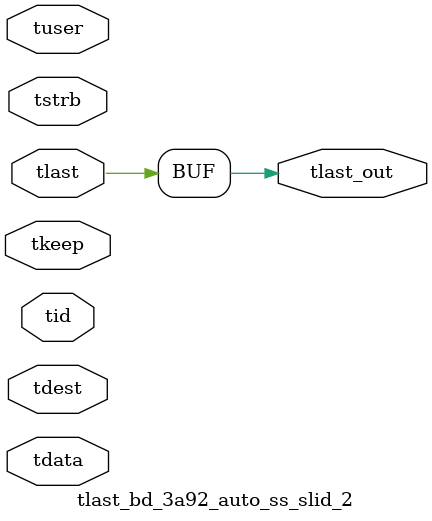
<source format=v>


`timescale 1ps/1ps

module tlast_bd_3a92_auto_ss_slid_2 #
(
parameter C_S_AXIS_TID_WIDTH   = 1,
parameter C_S_AXIS_TUSER_WIDTH = 0,
parameter C_S_AXIS_TDATA_WIDTH = 0,
parameter C_S_AXIS_TDEST_WIDTH = 0
)
(
input  [(C_S_AXIS_TID_WIDTH   == 0 ? 1 : C_S_AXIS_TID_WIDTH)-1:0       ] tid,
input  [(C_S_AXIS_TDATA_WIDTH == 0 ? 1 : C_S_AXIS_TDATA_WIDTH)-1:0     ] tdata,
input  [(C_S_AXIS_TUSER_WIDTH == 0 ? 1 : C_S_AXIS_TUSER_WIDTH)-1:0     ] tuser,
input  [(C_S_AXIS_TDEST_WIDTH == 0 ? 1 : C_S_AXIS_TDEST_WIDTH)-1:0     ] tdest,
input  [(C_S_AXIS_TDATA_WIDTH/8)-1:0 ] tkeep,
input  [(C_S_AXIS_TDATA_WIDTH/8)-1:0 ] tstrb,
input  [0:0]                                                             tlast,
output                                                                   tlast_out
);

assign tlast_out = {tlast};

endmodule


</source>
